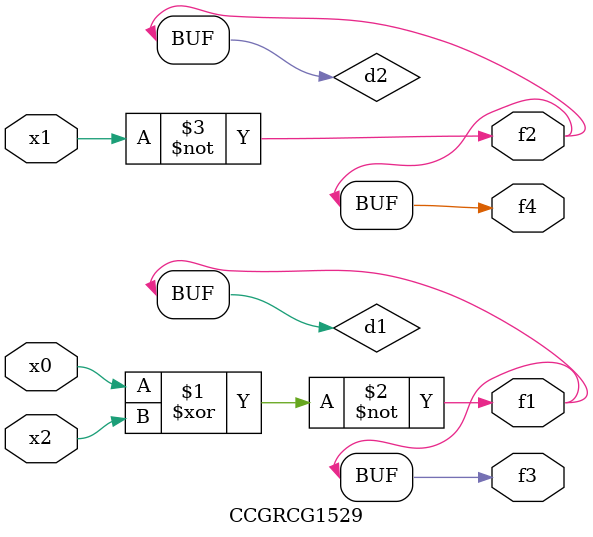
<source format=v>
module CCGRCG1529(
	input x0, x1, x2,
	output f1, f2, f3, f4
);

	wire d1, d2, d3;

	xnor (d1, x0, x2);
	nand (d2, x1);
	nor (d3, x1, x2);
	assign f1 = d1;
	assign f2 = d2;
	assign f3 = d1;
	assign f4 = d2;
endmodule

</source>
